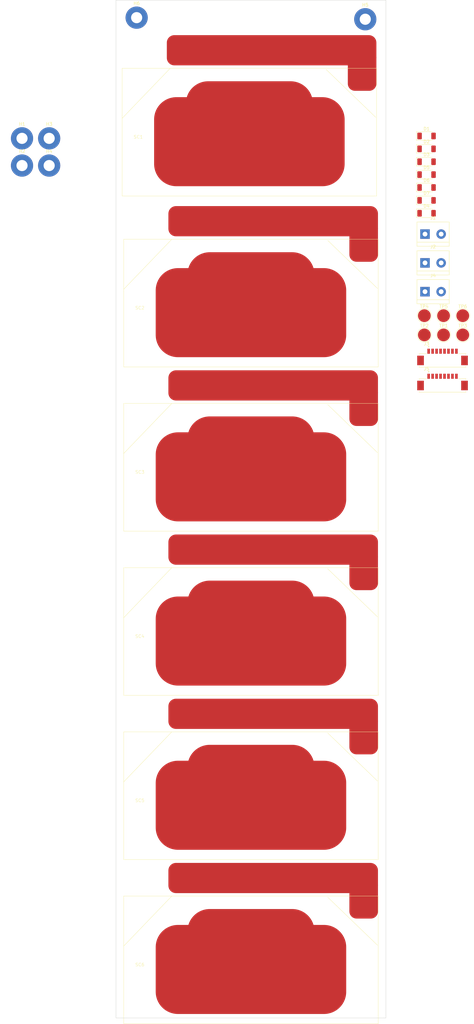
<source format=kicad_pcb>
(kicad_pcb (version 20221018) (generator pcbnew)
  (layers (0 "F.Cu" signal) (31 "B.Cu" signal) (34 "B.Paste" user) (35 "F.Paste" user) (36 "B.SilkS" user "B.Silkscreen") (37 "F.SilkS" user "F.Silkscreen") (38 "B.Mask" user) (39 "F.Mask" user) (44 "Edge.Cuts" user))
  (net 0 "")
  (net 1 "GND")
  (net 2 "+VDC")
  (net 3 "Net-(D1-K)")
  (net 4 "Net-(D1-A)")
  (net 5 "Net-(D2-A)")
  (net 6 "Net-(D5-A)")
  (net 7 "Net-(D6-A)")
  (footprint "MountingHole:MountingHole_3.5mm_Pad" (layer "F.Cu") (at 106.5 25.5)
    (fp_text reference "H6" (at 0 -4.5) (layer "F.SilkS"))
    (fp_text value "MountingHole_Pad")
    (pad "1" thru_hole circle (at 0 0) (size 7 7) (drill 3.5) (layers "*.Cu" "*.Mask") (net 1 "GND"))
  )
  (footprint "CTS-SAT-1_Solar_Panels_Symbol_Library:Shyim_Cell" (layer "F.Cu") (at 142.5 218.5)
    (fp_text reference "SC4" (at -35 1.5 unlocked) (layer "F.SilkS") (effects (font (thickness 0.1))))
    (fp_text value "Solar_Cell")
    (fp_line (start -40.075 -20.075) (end -40.075 20.075) (stroke (width 0.1)) (layer "F.SilkS"))
    (fp_line (start -40.075 -20.075) (end 40.075 -20.075) (stroke (width 0.1)) (layer "F.SilkS"))
    (fp_line (start -40.075 -4.35) (end -25 -20) (stroke (width 0.1)) (layer "F.SilkS"))
    (fp_line (start -40.075 20.075) (end 40.075 20.075) (stroke (width 0.1)) (layer "F.SilkS"))
    (fp_line (start 24.175 -19.7125) (end 39.825 -4.6375) (stroke (width 0.1)) (layer "F.SilkS"))
    (fp_line (start 40.075 -20.075) (end 40.075 20.075) (stroke (width 0.1)) (layer "F.SilkS"))
    (pad "1" smd roundrect (at 0 -2) (size 40 28) (layers "F.Cu" "F.Paste" "F.Mask") (net 3 "Net-(D1-K)"))
    (pad "1" smd roundrect (at 0 3) (size 60 28) (layers "F.Cu" "F.Paste" "F.Mask") (net 3 "Net-(D1-K)"))
    (pad "2" smd roundrect (at 7 -25.75) (size 66 9.5) (layers "F.Cu" "F.Paste" "F.Mask") (net 6 "Net-(D5-A)"))
    (pad "2" smd roundrect (at 35.5 -19.375) (size 9 12.75) (layers "F.Cu" "F.Paste" "F.Mask") (net 6 "Net-(D5-A)"))
  )
  (footprint "MountingHole:MountingHole_3.5mm_Pad" (layer "F.Cu") (at 70.4 72)
    (fp_text reference "H2" (at 0 -4.5) (layer "F.SilkS"))
    (fp_text value "MountingHole_Pad")
    (pad "1" thru_hole circle (at 0 0) (size 7 7) (drill 3.5) (layers "*.Cu" "*.Mask") (net 1 "GND"))
  )
  (footprint "Diode_SMD:D_SOD-128" (layer "F.Cu") (at 197.8 87)
    (fp_text reference "D4" (at 0 -2.25) (layer "F.SilkS"))
    (fp_text value "PMEG3050EP")
    (fp_line (start -3.16 -1.36) (end -3.16 1.36) (stroke (width 0.12)) (layer "F.SilkS"))
    (fp_line (start -3.16 -1.36) (end 1.9 -1.36) (stroke (width 0.12)) (layer "F.SilkS"))
    (fp_line (start -3.16 1.36) (end 1.9 1.36) (stroke (width 0.12)) (layer "F.SilkS"))
    (pad "1" smd roundrect (at -2.2 0) (size 1.4 2.1) (layers "F.Cu" "F.Paste" "F.Mask") (roundrect_rratio 0.1785714286) (net 2 "+VDC"))
    (pad "2" smd roundrect (at 2.2 0) (size 1.4 2.1) (layers "F.Cu" "F.Paste" "F.Mask") (roundrect_rratio 0.1785714286) (net 3 "Net-(D1-K)"))
  )
  (footprint "TerminalBlock:TerminalBlock_bornier-2_P5.08mm" (layer "F.Cu") (at 197.315 93.55)
    (fp_text reference "J1" (at 2.54 -5.08) (layer "F.SilkS"))
    (fp_text value "Screw_Terminal_01x02")
    (fp_line (start -2.54 -3.81) (end -2.54 3.81) (stroke (width 0.12)) (layer "F.SilkS"))
    (fp_line (start -2.54 3.81) (end 7.62 3.81) (stroke (width 0.12)) (layer "F.SilkS"))
    (fp_line (start 7.62 -3.81) (end -2.54 -3.81) (stroke (width 0.12)) (layer "F.SilkS"))
    (fp_line (start 7.62 2.54) (end -2.54 2.54) (stroke (width 0.12)) (layer "F.SilkS"))
    (fp_line (start 7.62 3.81) (end 7.62 -3.81) (stroke (width 0.12)) (layer "F.SilkS"))
    (pad "1" thru_hole rect (at 0 0) (size 3 3) (drill 1.52) (layers "*.Cu" "*.Mask") (net 1 "GND"))
    (pad "2" thru_hole circle (at 5.08 0) (size 3 3) (drill 1.52) (layers "*.Cu" "*.Mask") (net 2 "+VDC"))
  )
  (footprint "TestPoint:TestPoint_Pad_D4.0mm" (layer "F.Cu") (at 197.105 119.2)
    (fp_text reference "TP4" (at 0 -2.898) (layer "F.SilkS"))
    (fp_text value "TestPoint")
    (fp_circle (center 0 0) (end 0 2.25) (stroke (width 0.12)) (fill none) (layer "F.SilkS"))
    (pad "1" smd circle (at 0 0) (size 4 4) (layers "F.Cu" "F.Mask") (net 3 "Net-(D1-K)"))
  )
  (footprint "TestPoint:TestPoint_Pad_D4.0mm" (layer "F.Cu") (at 209.205 119.2)
    (fp_text reference "TP6" (at 0 -2.898) (layer "F.SilkS"))
    (fp_text value "TestPoint")
    (fp_circle (center 0 0) (end 0 2.25) (stroke (width 0.12)) (fill none) (layer "F.SilkS"))
    (pad "1" smd circle (at 0 0) (size 4 4) (layers "F.Cu" "F.Mask") (net 7 "Net-(D6-A)"))
  )
  (footprint "TerminalBlock:TerminalBlock_bornier-2_P5.08mm" (layer "F.Cu") (at 197.315 102.6)
    (fp_text reference "J2" (at 2.54 -5.08) (layer "F.SilkS"))
    (fp_text value "Screw_Terminal_01x02")
    (fp_line (start -2.54 -3.81) (end -2.54 3.81) (stroke (width 0.12)) (layer "F.SilkS"))
    (fp_line (start -2.54 3.81) (end 7.62 3.81) (stroke (width 0.12)) (layer "F.SilkS"))
    (fp_line (start 7.62 -3.81) (end -2.54 -3.81) (stroke (width 0.12)) (layer "F.SilkS"))
    (fp_line (start 7.62 2.54) (end -2.54 2.54) (stroke (width 0.12)) (layer "F.SilkS"))
    (fp_line (start 7.62 3.81) (end 7.62 -3.81) (stroke (width 0.12)) (layer "F.SilkS"))
    (pad "1" thru_hole rect (at 0 0) (size 3 3) (drill 1.52) (layers "*.Cu" "*.Mask") (net 1 "GND"))
    (pad "2" thru_hole circle (at 5.08 0) (size 3 3) (drill 1.52) (layers "*.Cu" "*.Mask") (net 2 "+VDC"))
  )
  (footprint "TerminalBlock:TerminalBlock_bornier-2_P5.08mm" (layer "F.Cu") (at 197.315 111.65)
    (fp_text reference "J4" (at 2.54 -5.08) (layer "F.SilkS"))
    (fp_text value "Screw_Terminal_01x02")
    (fp_line (start -2.54 -3.81) (end -2.54 3.81) (stroke (width 0.12)) (layer "F.SilkS"))
    (fp_line (start -2.54 3.81) (end 7.62 3.81) (stroke (width 0.12)) (layer "F.SilkS"))
    (fp_line (start 7.62 -3.81) (end -2.54 -3.81) (stroke (width 0.12)) (layer "F.SilkS"))
    (fp_line (start 7.62 2.54) (end -2.54 2.54) (stroke (width 0.12)) (layer "F.SilkS"))
    (fp_line (start 7.62 3.81) (end 7.62 -3.81) (stroke (width 0.12)) (layer "F.SilkS"))
    (pad "1" thru_hole rect (at 0 0) (size 3 3) (drill 1.52) (layers "*.Cu" "*.Mask") (net 1 "GND"))
    (pad "2" thru_hole circle (at 5.08 0) (size 3 3) (drill 1.52) (layers "*.Cu" "*.Mask") (net 2 "+VDC"))
  )
  (footprint "TestPoint:TestPoint_Pad_D4.0mm" (layer "F.Cu") (at 209.205 125.25)
    (fp_text reference "TP3" (at 0 -2.898) (layer "F.SilkS"))
    (fp_text value "TestPoint")
    (fp_circle (center 0 0) (end 0 2.25) (stroke (width 0.12)) (fill none) (layer "F.SilkS"))
    (pad "1" smd circle (at 0 0) (size 4 4) (layers "F.Cu" "F.Mask") (net 1 "GND"))
  )
  (footprint "CTS-SAT-1_Solar_Panels_Symbol_Library:Shyim_Cell" (layer "F.Cu") (at 142.5 115.25)
    (fp_text reference "SC2" (at -35 1.5 unlocked) (layer "F.SilkS") (effects (font (thickness 0.1))))
    (fp_text value "Solar_Cell")
    (fp_line (start -40.075 -20.075) (end -40.075 20.075) (stroke (width 0.1)) (layer "F.SilkS"))
    (fp_line (start -40.075 -20.075) (end 40.075 -20.075) (stroke (width 0.1)) (layer "F.SilkS"))
    (fp_line (start -40.075 -4.35) (end -25 -20) (stroke (width 0.1)) (layer "F.SilkS"))
    (fp_line (start -40.075 20.075) (end 40.075 20.075) (stroke (width 0.1)) (layer "F.SilkS"))
    (fp_line (start 24.175 -19.7125) (end 39.825 -4.6375) (stroke (width 0.1)) (layer "F.SilkS"))
    (fp_line (start 40.075 -20.075) (end 40.075 20.075) (stroke (width 0.1)) (layer "F.SilkS"))
    (pad "1" smd roundrect (at 0 -2) (size 40 28) (layers "F.Cu" "F.Paste" "F.Mask") (net 4 "Net-(D1-A)"))
    (pad "1" smd roundrect (at 0 3) (size 60 28) (layers "F.Cu" "F.Paste" "F.Mask") (net 4 "Net-(D1-A)"))
    (pad "2" smd roundrect (at 7 -25.75) (size 66 9.5) (layers "F.Cu" "F.Paste" "F.Mask") (net 5 "Net-(D2-A)"))
    (pad "2" smd roundrect (at 35.5 -19.375) (size 9 12.75) (layers "F.Cu" "F.Paste" "F.Mask") (net 5 "Net-(D2-A)"))
  )
  (footprint "TestPoint:TestPoint_Pad_D4.0mm" (layer "F.Cu") (at 203.155 119.2)
    (fp_text reference "TP5" (at 0 -2.898) (layer "F.SilkS"))
    (fp_text value "TestPoint")
    (fp_circle (center 0 0) (end 0 2.25) (stroke (width 0.12)) (fill none) (layer "F.SilkS"))
    (pad "1" smd circle (at 0 0) (size 4 4) (layers "F.Cu" "F.Mask") (net 6 "Net-(D5-A)"))
  )
  (footprint "Diode_SMD:D_SOD-128" (layer "F.Cu") (at 197.8 74.85)
    (fp_text reference "D5" (at 0 -2.25) (layer "F.SilkS"))
    (fp_text value "PMEG3050EP")
    (fp_line (start -3.16 -1.36) (end -3.16 1.36) (stroke (width 0.12)) (layer "F.SilkS"))
    (fp_line (start -3.16 -1.36) (end 1.9 -1.36) (stroke (width 0.12)) (layer "F.SilkS"))
    (fp_line (start -3.16 1.36) (end 1.9 1.36) (stroke (width 0.12)) (layer "F.SilkS"))
    (pad "1" smd roundrect (at -2.2 0) (size 1.4 2.1) (layers "F.Cu" "F.Paste" "F.Mask") (roundrect_rratio 0.1785714286) (net 3 "Net-(D1-K)"))
    (pad "2" smd roundrect (at 2.2 0) (size 1.4 2.1) (layers "F.Cu" "F.Paste" "F.Mask") (roundrect_rratio 0.1785714286) (net 6 "Net-(D5-A)"))
  )
  (footprint "CTS-SAT-1_Solar_Panels_Symbol_Library:Shyim_Cell" (layer "F.Cu") (at 142.5 166.875)
    (fp_text reference "SC3" (at -35 1.5 unlocked) (layer "F.SilkS") (effects (font (thickness 0.1))))
    (fp_text value "Solar_Cell")
    (fp_line (start -40.075 -20.075) (end -40.075 20.075) (stroke (width 0.1)) (layer "F.SilkS"))
    (fp_line (start -40.075 -20.075) (end 40.075 -20.075) (stroke (width 0.1)) (layer "F.SilkS"))
    (fp_line (start -40.075 -4.35) (end -25 -20) (stroke (width 0.1)) (layer "F.SilkS"))
    (fp_line (start -40.075 20.075) (end 40.075 20.075) (stroke (width 0.1)) (layer "F.SilkS"))
    (fp_line (start 24.175 -19.7125) (end 39.825 -4.6375) (stroke (width 0.1)) (layer "F.SilkS"))
    (fp_line (start 40.075 -20.075) (end 40.075 20.075) (stroke (width 0.1)) (layer "F.SilkS"))
    (pad "1" smd roundrect (at 0 -2) (size 40 28) (layers "F.Cu" "F.Paste" "F.Mask") (net 5 "Net-(D2-A)"))
    (pad "1" smd roundrect (at 0 3) (size 60 28) (layers "F.Cu" "F.Paste" "F.Mask") (net 5 "Net-(D2-A)"))
    (pad "2" smd roundrect (at 7 -25.75) (size 66 9.5) (layers "F.Cu" "F.Paste" "F.Mask") (net 1 "GND"))
    (pad "2" smd roundrect (at 35.5 -19.375) (size 9 12.75) (layers "F.Cu" "F.Paste" "F.Mask") (net 1 "GND"))
  )
  (footprint "TestPoint:TestPoint_Pad_D4.0mm" (layer "F.Cu") (at 197.105 125.25)
    (fp_text reference "TP2" (at 0 -2.898) (layer "F.SilkS"))
    (fp_text value "TestPoint")
    (fp_circle (center 0 0) (end 0 2.25) (stroke (width 0.12)) (fill none) (layer "F.SilkS"))
    (pad "1" smd circle (at 0 0) (size 4 4) (layers "F.Cu" "F.Mask") (net 4 "Net-(D1-A)"))
  )
  (footprint "CTS-SAT-1_Solar_Panels_Symbol_Library:Shyim_Cell" (layer "F.Cu") (at 142 61.5)
    (fp_text reference "SC1" (at -35 1.5 unlocked) (layer "F.SilkS") (effects (font (thickness 0.1))))
    (fp_text value "Solar_Cell")
    (fp_line (start -40.075 -20.075) (end -40.075 20.075) (stroke (width 0.1)) (layer "F.SilkS"))
    (fp_line (start -40.075 -20.075) (end 40.075 -20.075) (stroke (width 0.1)) (layer "F.SilkS"))
    (fp_line (start -40.075 -4.35) (end -25 -20) (stroke (width 0.1)) (layer "F.SilkS"))
    (fp_line (start -40.075 20.075) (end 40.075 20.075) (stroke (width 0.1)) (layer "F.SilkS"))
    (fp_line (start 24.175 -19.7125) (end 39.825 -4.6375) (stroke (width 0.1)) (layer "F.SilkS"))
    (fp_line (start 40.075 -20.075) (end 40.075 20.075) (stroke (width 0.1)) (layer "F.SilkS"))
    (pad "1" smd roundrect (at 0 -2) (size 40 28) (layers "F.Cu" "F.Paste" "F.Mask") (net 3 "Net-(D1-K)"))
    (pad "1" smd roundrect (at 0 3) (size 60 28) (layers "F.Cu" "F.Paste" "F.Mask") (net 3 "Net-(D1-K)"))
    (pad "2" smd roundrect (at 7 -25.75) (size 66 9.5) (layers "F.Cu" "F.Paste" "F.Mask") (net 4 "Net-(D1-A)"))
    (pad "2" smd roundrect (at 35.5 -19.375) (size 9 12.75) (layers "F.Cu" "F.Paste" "F.Mask") (net 4 "Net-(D1-A)"))
  )
  (footprint "CTS-SAT-1_Solar_Panels_Symbol_Library:Shyim_Cell" (layer "F.Cu") (at 142.5 321.75)
    (fp_text reference "SC6" (at -35 1.5 unlocked) (layer "F.SilkS") (effects (font (thickness 0.1))))
    (fp_text value "Solar_Cell")
    (fp_line (start -40.075 -20.075) (end -40.075 20.075) (stroke (width 0.1)) (layer "F.SilkS"))
    (fp_line (start -40.075 -20.075) (end 40.075 -20.075) (stroke (width 0.1)) (layer "F.SilkS"))
    (fp_line (start -40.075 -4.35) (end -25 -20) (stroke (width 0.1)) (layer "F.SilkS"))
    (fp_line (start -40.075 20.075) (end 40.075 20.075) (stroke (width 0.1)) (layer "F.SilkS"))
    (fp_line (start 24.175 -19.7125) (end 39.825 -4.6375) (stroke (width 0.1)) (layer "F.SilkS"))
    (fp_line (start 40.075 -20.075) (end 40.075 20.075) (stroke (width 0.1)) (layer "F.SilkS"))
    (pad "1" smd roundrect (at 0 -2) (size 40 28) (layers "F.Cu" "F.Paste" "F.Mask") (net 7 "Net-(D6-A)"))
    (pad "1" smd roundrect (at 0 3) (size 60 28) (layers "F.Cu" "F.Paste" "F.Mask") (net 7 "Net-(D6-A)"))
    (pad "2" smd roundrect (at 7 -25.75) (size 66 9.5) (layers "F.Cu" "F.Paste" "F.Mask") (net 1 "GND"))
    (pad "2" smd roundrect (at 35.5 -19.375) (size 9 12.75) (layers "F.Cu" "F.Paste" "F.Mask") (net 1 "GND"))
  )
  (footprint "Diode_SMD:D_SOD-128" (layer "F.Cu") (at 197.8 70.8)
    (fp_text reference "D3" (at 0 -2.25) (layer "F.SilkS"))
    (fp_text value "PMEG3050EP")
    (fp_line (start -3.16 -1.36) (end -3.16 1.36) (stroke (width 0.12)) (layer "F.SilkS"))
    (fp_line (start -3.16 -1.36) (end 1.9 -1.36) (stroke (width 0.12)) (layer "F.SilkS"))
    (fp_line (start -3.16 1.36) (end 1.9 1.36) (stroke (width 0.12)) (layer "F.SilkS"))
    (pad "1" smd roundrect (at -2.2 0) (size 1.4 2.1) (layers "F.Cu" "F.Paste" "F.Mask") (roundrect_rratio 0.1785714286) (net 5 "Net-(D2-A)"))
    (pad "2" smd roundrect (at 2.2 0) (size 1.4 2.1) (layers "F.Cu" "F.Paste" "F.Mask") (roundrect_rratio 0.1785714286) (net 1 "GND"))
  )
  (footprint "TestPoint:TestPoint_Pad_D4.0mm" (layer "F.Cu") (at 203.155 125.25)
    (fp_text reference "TP1" (at 0 -2.898) (layer "F.SilkS"))
    (fp_text value "TestPoint")
    (fp_circle (center 0 0) (end 0 2.25) (stroke (width 0.12)) (fill none) (layer "F.SilkS"))
    (pad "1" smd circle (at 0 0) (size 4 4) (layers "F.Cu" "F.Mask") (net 5 "Net-(D2-A)"))
  )
  (footprint "CTS-SAT-1_Solar_Panels_Symbol_Library:MOLEX_0532610871" (layer "F.Cu") (at 202.83 141.15)
    (fp_text reference "J5" (at -5.025 -5.235) (layer "F.SilkS"))
    (fp_text value "0532610871")
    (fp_line (start -7.375 -2.1) (end -5.1 -2.1) (stroke (width 0.127)) (layer "F.SilkS"))
    (fp_line (start -7.375 -1.82) (end -7.375 -2.1) (stroke (width 0.127)) (layer "F.SilkS"))
    (fp_line (start -7.375 1.82) (end -7.375 2.1) (stroke (width 0.127)) (layer "F.SilkS"))
    (fp_line (start -7.375 2.1) (end 7.375 2.1) (stroke (width 0.127)) (layer "F.SilkS"))
    (fp_line (start 5.1 -2.1) (end 7.375 -2.1) (stroke (width 0.127)) (layer "F.SilkS"))
    (fp_line (start 7.375 -2.1) (end 7.375 -1.82) (stroke (width 0.127)) (layer "F.SilkS"))
    (fp_line (start 7.375 2.1) (end 7.375 1.82) (stroke (width 0.127)) (layer "F.SilkS"))
    (fp_circle (center -4.375 -4.3) (end -4.275 -4.3) (stroke (width 0.2)) (fill none) (layer "F.SilkS"))
    (pad "1" smd rect (at -4.375 -2.9 90) (size 1.6 0.8) (layers "F.Cu" "F.Paste" "F.Mask") (net 2 "+VDC"))
    (pad "2" smd rect (at -3.125 -2.9 90) (size 1.6 0.8) (layers "F.Cu" "F.Paste" "F.Mask") (net 2 "+VDC"))
    (pad "3" smd rect (at -1.875 -2.9 90) (size 1.6 0.8) (layers "F.Cu" "F.Paste" "F.Mask") (net 1 "GND"))
    (pad "4" smd rect (at -0.625 -2.9 90) (size 1.6 0.8) (layers "F.Cu" "F.Paste" "F.Mask") (net 1 "GND"))
    (pad "5" smd rect (at 0.625 -2.9 90) (size 1.6 0.8) (layers "F.Cu" "F.Paste" "F.Mask") (net 2 "+VDC"))
    (pad "6" smd rect (at 1.875 -2.9 90) (size 1.6 0.8) (layers "F.Cu" "F.Paste" "F.Mask") (net 2 "+VDC"))
    (pad "7" smd rect (at 3.125 -2.9 90) (size 1.6 0.8) (layers "F.Cu" "F.Paste" "F.Mask") (net 1 "GND"))
    (pad "8" smd rect (at 4.375 -2.9 90) (size 1.6 0.8) (layers "F.Cu" "F.Paste" "F.Mask") (net 1 "GND"))
    (pad "S1" smd rect (at -6.925 0 90) (size 3 2.1) (layers "F.Cu" "F.Paste" "F.Mask"))
    (pad "S2" smd rect (at 6.925 0 90) (size 3 2.1) (layers "F.Cu" "F.Paste" "F.Mask"))
  )
  (footprint "CTS-SAT-1_Solar_Panels_Symbol_Library:MOLEX_0532610871" (layer "F.Cu") (at 202.83 133.275)
    (fp_text reference "J3" (at -5.025 -5.235) (layer "F.SilkS"))
    (fp_text value "0532610871")
    (fp_line (start -7.375 -2.1) (end -5.1 -2.1) (stroke (width 0.127)) (layer "F.SilkS"))
    (fp_line (start -7.375 -1.82) (end -7.375 -2.1) (stroke (width 0.127)) (layer "F.SilkS"))
    (fp_line (start -7.375 1.82) (end -7.375 2.1) (stroke (width 0.127)) (layer "F.SilkS"))
    (fp_line (start -7.375 2.1) (end 7.375 2.1) (stroke (width 0.127)) (layer "F.SilkS"))
    (fp_line (start 5.1 -2.1) (end 7.375 -2.1) (stroke (width 0.127)) (layer "F.SilkS"))
    (fp_line (start 7.375 -2.1) (end 7.375 -1.82) (stroke (width 0.127)) (layer "F.SilkS"))
    (fp_line (start 7.375 2.1) (end 7.375 1.82) (stroke (width 0.127)) (layer "F.SilkS"))
    (fp_circle (center -4.375 -4.3) (end -4.275 -4.3) (stroke (width 0.2)) (fill none) (layer "F.SilkS"))
    (pad "1" smd rect (at -4.375 -2.9 90) (size 1.6 0.8) (layers "F.Cu" "F.Paste" "F.Mask") (net 2 "+VDC"))
    (pad "2" smd rect (at -3.125 -2.9 90) (size 1.6 0.8) (layers "F.Cu" "F.Paste" "F.Mask") (net 2 "+VDC"))
    (pad "3" smd rect (at -1.875 -2.9 90) (size 1.6 0.8) (layers "F.Cu" "F.Paste" "F.Mask") (net 1 "GND"))
    (pad "4" smd rect (at -0.625 -2.9 90) (size 1.6 0.8) (layers "F.Cu" "F.Paste" "F.Mask") (net 1 "GND"))
    (pad "5" smd rect (at 0.625 -2.9 90) (size 1.6 0.8) (layers "F.Cu" "F.Paste" "F.Mask") (net 2 "+VDC"))
    (pad "6" smd rect (at 1.875 -2.9 90) (size 1.6 0.8) (layers "F.Cu" "F.Paste" "F.Mask") (net 2 "+VDC"))
    (pad "7" smd rect (at 3.125 -2.9 90) (size 1.6 0.8) (layers "F.Cu" "F.Paste" "F.Mask") (net 1 "GND"))
    (pad "8" smd rect (at 4.375 -2.9 90) (size 1.6 0.8) (layers "F.Cu" "F.Paste" "F.Mask") (net 1 "GND"))
    (pad "S1" smd rect (at -6.925 0 90) (size 3 2.1) (layers "F.Cu" "F.Paste" "F.Mask"))
    (pad "S2" smd rect (at 6.925 0 90) (size 3 2.1) (layers "F.Cu" "F.Paste" "F.Mask"))
  )
  (footprint "CTS-SAT-1_Solar_Panels_Symbol_Library:Shyim_Cell" (layer "F.Cu") (at 142.5 270.125)
    (fp_text reference "SC5" (at -35 1.5 unlocked) (layer "F.SilkS") (effects (font (thickness 0.1))))
    (fp_text value "Solar_Cell")
    (fp_line (start -40.075 -20.075) (end -40.075 20.075) (stroke (width 0.1)) (layer "F.SilkS"))
    (fp_line (start -40.075 -20.075) (end 40.075 -20.075) (stroke (width 0.1)) (layer "F.SilkS"))
    (fp_line (start -40.075 -4.35) (end -25 -20) (stroke (width 0.1)) (layer "F.SilkS"))
    (fp_line (start -40.075 20.075) (end 40.075 20.075) (stroke (width 0.1)) (layer "F.SilkS"))
    (fp_line (start 24.175 -19.7125) (end 39.825 -4.6375) (stroke (width 0.1)) (layer "F.SilkS"))
    (fp_line (start 40.075 -20.075) (end 40.075 20.075) (stroke (width 0.1)) (layer "F.SilkS"))
    (pad "1" smd roundrect (at 0 -2) (size 40 28) (layers "F.Cu" "F.Paste" "F.Mask") (net 6 "Net-(D5-A)"))
    (pad "1" smd roundrect (at 0 3) (size 60 28) (layers "F.Cu" "F.Paste" "F.Mask") (net 6 "Net-(D5-A)"))
    (pad "2" smd roundrect (at 7 -25.75) (size 66 9.5) (layers "F.Cu" "F.Paste" "F.Mask") (net 7 "Net-(D6-A)"))
    (pad "2" smd roundrect (at 35.5 -19.375) (size 9 12.75) (layers "F.Cu" "F.Paste" "F.Mask") (net 7 "Net-(D6-A)"))
  )
  (footprint "MountingHole:MountingHole_3.5mm_Pad" (layer "F.Cu") (at 70.4 63.45)
    (fp_text reference "H1" (at 0 -4.5) (layer "F.SilkS"))
    (fp_text value "MountingHole_Pad")
    (pad "1" thru_hole circle (at 0 0) (size 7 7) (drill 3.5) (layers "*.Cu" "*.Mask") (net 1 "GND"))
  )
  (footprint "Diode_SMD:D_SOD-128" (layer "F.Cu") (at 197.8 66.75)
    (fp_text reference "D2" (at 0 -2.25) (layer "F.SilkS"))
    (fp_text value "PMEG3050EP")
    (fp_line (start -3.16 -1.36) (end -3.16 1.36) (stroke (width 0.12)) (layer "F.SilkS"))
    (fp_line (start -3.16 -1.36) (end 1.9 -1.36) (stroke (width 0.12)) (layer "F.SilkS"))
    (fp_line (start -3.16 1.36) (end 1.9 1.36) (stroke (width 0.12)) (layer "F.SilkS"))
    (pad "1" smd roundrect (at -2.2 0) (size 1.4 2.1) (layers "F.Cu" "F.Paste" "F.Mask") (roundrect_rratio 0.1785714286) (net 4 "Net-(D1-A)"))
    (pad "2" smd roundrect (at 2.2 0) (size 1.4 2.1) (layers "F.Cu" "F.Paste" "F.Mask") (roundrect_rratio 0.1785714286) (net 5 "Net-(D2-A)"))
  )
  (footprint "Diode_SMD:D_SOD-128" (layer "F.Cu") (at 197.8 82.95)
    (fp_text reference "D7" (at 0 -2.25) (layer "F.SilkS"))
    (fp_text value "PMEG3050EP")
    (fp_line (start -3.16 -1.36) (end -3.16 1.36) (stroke (width 0.12)) (layer "F.SilkS"))
    (fp_line (start -3.16 -1.36) (end 1.9 -1.36) (stroke (width 0.12)) (layer "F.SilkS"))
    (fp_line (start -3.16 1.36) (end 1.9 1.36) (stroke (width 0.12)) (layer "F.SilkS"))
    (pad "1" smd roundrect (at -2.2 0) (size 1.4 2.1) (layers "F.Cu" "F.Paste" "F.Mask") (roundrect_rratio 0.1785714286) (net 7 "Net-(D6-A)"))
    (pad "2" smd roundrect (at 2.2 0) (size 1.4 2.1) (layers "F.Cu" "F.Paste" "F.Mask") (roundrect_rratio 0.1785714286) (net 1 "GND"))
  )
  (footprint "Diode_SMD:D_SOD-128" (layer "F.Cu") (at 197.8 78.9)
    (fp_text reference "D6" (at 0 -2.25) (layer "F.SilkS"))
    (fp_text value "PMEG3050EP")
    (fp_line (start -3.16 -1.36) (end -3.16 1.36) (stroke (width 0.12)) (layer "F.SilkS"))
    (fp_line (start -3.16 -1.36) (end 1.9 -1.36) (stroke (width 0.12)) (layer "F.SilkS"))
    (fp_line (start -3.16 1.36) (end 1.9 1.36) (stroke (width 0.12)) (layer "F.SilkS"))
    (pad "1" smd roundrect (at -2.2 0) (size 1.4 2.1) (layers "F.Cu" "F.Paste" "F.Mask") (roundrect_rratio 0.1785714286) (net 6 "Net-(D5-A)"))
    (pad "2" smd roundrect (at 2.2 0) (size 1.4 2.1) (layers "F.Cu" "F.Paste" "F.Mask") (roundrect_rratio 0.1785714286) (net 7 "Net-(D6-A)"))
  )
  (footprint "MountingHole:MountingHole_3.5mm_Pad" (layer "F.Cu") (at 78.95 72)
    (fp_text reference "H4" (at 0 -4.5) (layer "F.SilkS"))
    (fp_text value "MountingHole_Pad")
    (pad "1" thru_hole circle (at 0 0) (size 7 7) (drill 3.5) (layers "*.Cu" "*.Mask") (net 1 "GND"))
  )
  (footprint "Diode_SMD:D_SOD-128" (layer "F.Cu") (at 197.8 62.7)
    (fp_text reference "D1" (at 0 -2.25) (layer "F.SilkS"))
    (fp_text value "PMEG3050EP")
    (fp_line (start -3.16 -1.36) (end -3.16 1.36) (stroke (width 0.12)) (layer "F.SilkS"))
    (fp_line (start -3.16 -1.36) (end 1.9 -1.36) (stroke (width 0.12)) (layer "F.SilkS"))
    (fp_line (start -3.16 1.36) (end 1.9 1.36) (stroke (width 0.12)) (layer "F.SilkS"))
    (pad "1" smd roundrect (at -2.2 0) (size 1.4 2.1) (layers "F.Cu" "F.Paste" "F.Mask") (roundrect_rratio 0.1785714286) (net 3 "Net-(D1-K)"))
    (pad "2" smd roundrect (at 2.2 0) (size 1.4 2.1) (layers "F.Cu" "F.Paste" "F.Mask") (roundrect_rratio 0.1785714286) (net 4 "Net-(D1-A)"))
  )
  (footprint "MountingHole:MountingHole_3.5mm_Pad" (layer "F.Cu") (at 178.5 26)
    (fp_text reference "H5" (at 0 -4.5) (layer "F.SilkS"))
    (fp_text value "MountingHole_Pad")
    (pad "1" thru_hole circle (at 0 0) (size 7 7) (drill 3.5) (layers "*.Cu" "*.Mask") (net 1 "GND"))
  )
  (footprint "MountingHole:MountingHole_3.5mm_Pad" (layer "F.Cu") (at 78.95 63.45)
    (fp_text reference "H3" (at 0 -4.5) (layer "F.SilkS"))
    (fp_text value "MountingHole_Pad")
    (pad "1" thru_hole circle (at 0 0) (size 7 7) (drill 3.5) (layers "*.Cu" "*.Mask") (net 1 "GND"))
  )
  (gr_rect (start 100 20) (end 185 340) (stroke (width 0.1)) (fill none) (layer "Edge.Cuts"))
)
</source>
